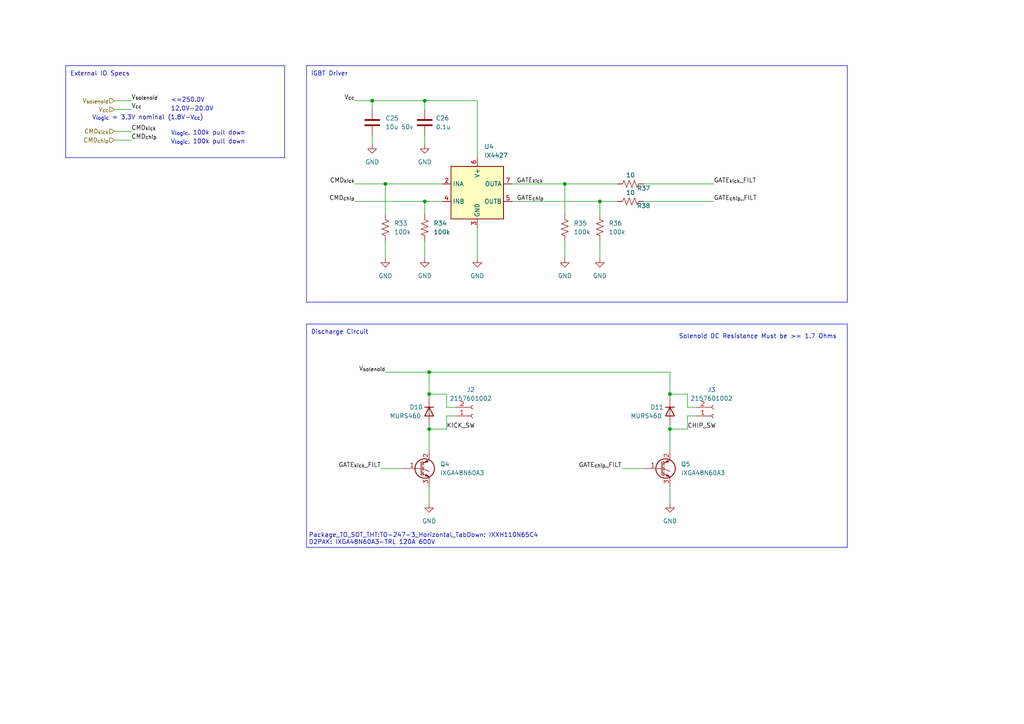
<source format=kicad_sch>
(kicad_sch (version 20230121) (generator eeschema)
  (paper "A4")
  (title_block (title "Kicker Board") (date "2023-02-03") (rev "v1.0.0") (company "A-Team") (comment 1 "Author: W. Stuckey"))
  (lib_symbols
    (symbol "AT-PowerIC:IX4427"
      (property "Reference" "U" (at -7.62 8.89 0))
      (property "Value" "IX4427" (at 1.27 8.89 0))
      (symbol "IX4427_0_1"
        (rectangle (start -7.62 -7.62) (end 7.62 7.62) (stroke (width 0.254)) (fill (type background)))
      )
      (symbol "IX4427_1_1"
        (pin no_connect line (at -7.62 0 0) (length 2.54) hide (name "NC") (number "1"))
        (pin input line (at -10.16 2.54 0) (length 2.54) (name "INA") (number "2"))
        (pin power_in line (at 0 -10.16 90) (length 2.54) (name "GND") (number "3"))
        (pin input line (at -10.16 -2.54 0) (length 2.54) (name "INB") (number "4"))
        (pin output line (at 10.16 -2.54 180) (length 2.54) (name "OUTB") (number "5"))
        (pin power_in line (at 0 10.16 270) (length 2.54) (name "V+") (number "6"))
        (pin output line (at 10.16 2.54 180) (length 2.54) (name "OUTA") (number "7"))
        (pin no_connect line (at 7.62 0 180) (length 2.54) hide (name "NC") (number "8"))
      )
    )
    (symbol "Connector:Conn_01x02_Female" (pin_names (offset 1.016) hide)
      (property "Reference" "J" (at 0 2.54 0))
      (property "Value" "Conn_01x02_Female" (at 0 -5.08 0))
      (symbol "Conn_01x02_Female_1_1"
        (arc (start 0 -2.032) (mid -0.5058 -2.54) (end 0 -3.048) (stroke (width 0.1524)))
        (polyline (pts (xy -1.27 -2.54) (xy -0.508 -2.54)) (stroke (width 0.1524)))
        (polyline (pts (xy -1.27 0) (xy -0.508 0)) (stroke (width 0.1524)))
        (arc (start 0 0.508) (mid -0.5058 0) (end 0 -0.508) (stroke (width 0.1524)))
        (pin passive line (at -5.08 0 0) (length 3.81) (name "Pin_1") (number "1"))
        (pin passive line (at -5.08 -2.54 0) (length 3.81) (name "Pin_2") (number "2"))
      )
    )
    (symbol "Device:C" (pin_numbers hide) (pin_names (offset 0.254))
      (property "Reference" "C" (at 0.635 2.54 0))
      (property "Value" "C" (at 0.635 -2.54 0))
      (symbol "C_0_1"
        (polyline (pts (xy -2.032 -0.762) (xy 2.032 -0.762)) (stroke (width 0.508)))
        (polyline (pts (xy -2.032 0.762) (xy 2.032 0.762)) (stroke (width 0.508)))
      )
      (symbol "C_1_1"
        (pin passive line (at 0 3.81 270) (length 2.794) (name "~") (number "1"))
        (pin passive line (at 0 -3.81 90) (length 2.794) (name "~") (number "2"))
      )
    )
    (symbol "Device:D" (pin_numbers hide) (pin_names (offset 1.016) hide)
      (property "Reference" "D" (at 0 2.54 0))
      (property "Value" "D" (at 0 -2.54 0))
      (symbol "D_0_1"
        (polyline (pts (xy -1.27 1.27) (xy -1.27 -1.27)) (stroke (width 0.254)))
        (polyline (pts (xy 1.27 0) (xy -1.27 0)))
        (polyline (pts (xy 1.27 1.27) (xy 1.27 -1.27) (xy -1.27 0) (xy 1.27 1.27)) (stroke (width 0.254)))
      )
      (symbol "D_1_1"
        (pin passive line (at -3.81 0 0) (length 2.54) (name "K") (number "1"))
        (pin passive line (at 3.81 0 180) (length 2.54) (name "A") (number "2"))
      )
    )
    (symbol "Device:Q_NIGBT_GCE" (pin_names (offset 0) hide)
      (property "Reference" "Q" (at 5.08 1.27 0))
      (property "Value" "Q_NIGBT_GCE" (at 5.08 -1.27 0))
      (symbol "Q_NIGBT_GCE_0_1"
        (polyline (pts (xy 0.762 -1.016) (xy 0.762 -2.032)) (stroke (width 0.254)))
        (polyline (pts (xy 0.762 0.508) (xy 0.762 -0.508)) (stroke (width 0.254)))
        (polyline (pts (xy 0.762 2.032) (xy 0.762 1.016)) (stroke (width 0.254)))
        (polyline (pts (xy 2.54 -2.413) (xy 0.762 -1.524)))
        (polyline (pts (xy 2.54 -0.889) (xy 0.762 0)))
        (polyline (pts (xy 2.54 2.413) (xy 0.762 1.524)))
        (polyline (pts (xy 0.254 1.905) (xy 0.254 -1.905) (xy 0.254 -1.905)) (stroke (width 0.254)))
        (polyline (pts (xy 1.397 -2.159) (xy 1.651 -1.651) (xy 2.54 -2.413) (xy 1.397 -2.159)) (fill (type outline)))
        (polyline (pts (xy 2.159 1.905) (xy 1.905 2.413) (xy 1.016 1.651) (xy 2.159 1.905)) (fill (type outline)))
        (circle (center 1.27 0) (radius 2.8194) (stroke (width 0.254)))
      )
      (symbol "Q_NIGBT_GCE_1_1"
        (pin input line (at -5.08 0 0) (length 5.334) (name "G") (number "1"))
        (pin passive line (at 2.54 5.08 270) (length 2.54) (name "C") (number "2"))
        (pin passive line (at 2.54 -5.08 90) (length 2.54) (name "E") (number "3"))
      )
    )
    (symbol "Device:R_US" (pin_numbers hide) (pin_names (offset 0))
      (property "Reference" "R" (at 2.54 0 90))
      (property "Value" "R_US" (at -2.54 0 90))
      (symbol "R_US_0_1"
        (polyline (pts (xy 0 -2.286) (xy 0 -2.54)))
        (polyline (pts (xy 0 2.286) (xy 0 2.54)))
        (polyline (pts (xy 0 -0.762) (xy 1.016 -1.143) (xy 0 -1.524) (xy -1.016 -1.905) (xy 0 -2.286)))
        (polyline (pts (xy 0 0.762) (xy 1.016 0.381) (xy 0 0) (xy -1.016 -0.381) (xy 0 -0.762)))
        (polyline (pts (xy 0 2.286) (xy 1.016 1.905) (xy 0 1.524) (xy -1.016 1.143) (xy 0 0.762)))
      )
      (symbol "R_US_1_1"
        (pin passive line (at 0 3.81 270) (length 1.27) (name "~") (number "1"))
        (pin passive line (at 0 -3.81 90) (length 1.27) (name "~") (number "2"))
      )
    )
    (symbol "power:GND" (power) (pin_names (offset 0))
      (property "Value" "GND" (at 0 -3.81 0))
      (symbol "GND_0_1"
        (polyline (pts (xy 0 0) (xy 0 -1.27) (xy 1.27 -1.27) (xy 0 -2.54) (xy -1.27 -1.27) (xy 0 -1.27)))
      )
      (symbol "GND_1_1"
        (pin power_in line (at 0 0 270) (length 0) hide (name "GND") (number "1"))
      )
    )
  )
  (junction (at 124.46 124.46))
  (junction (at 173.99 58.42))
  (junction (at 123.19 29.21))
  (junction (at 107.95 29.21))
  (junction (at 111.76 53.34))
  (junction (at 194.31 124.46))
  (junction (at 123.19 58.42))
  (junction (at 194.31 114.3))
  (junction (at 124.46 107.95))
  (junction (at 163.83 53.34))
  (junction (at 124.46 114.3))
  (polyline (pts (xy 88.9 19.05) (xy 88.9 87.63)))
  (wire (pts (xy 199.39 114.3) (xy 194.31 114.3)))
  (polyline (pts (xy 245.745 158.75) (xy 88.9 158.75)))
  (wire (pts (xy 124.46 107.95) (xy 194.31 107.95)))
  (wire (pts (xy 194.31 107.95) (xy 194.31 114.3)))
  (wire (pts (xy 129.54 118.11) (xy 132.08 118.11)))
  (wire (pts (xy 33.02 31.75) (xy 38.1 31.75)))
  (wire (pts (xy 124.46 123.19) (xy 124.46 124.46)))
  (wire (pts (xy 194.31 140.97) (xy 194.31 146.05)))
  (wire (pts (xy 102.87 53.34) (xy 111.76 53.34)))
  (wire (pts (xy 111.76 69.85) (xy 111.76 74.93)))
  (wire (pts (xy 163.83 53.34) (xy 179.07 53.34)))
  (wire (pts (xy 124.46 114.3) (xy 124.46 115.57)))
  (wire (pts (xy 186.69 58.42) (xy 207.01 58.42)))
  (wire (pts (xy 173.99 69.85) (xy 173.99 74.93)))
  (wire (pts (xy 194.31 123.19) (xy 194.31 124.46)))
  (polyline (pts (xy 88.9 93.98) (xy 245.745 93.98)))
  (wire (pts (xy 148.59 58.42) (xy 173.99 58.42)))
  (wire (pts (xy 110.49 135.89) (xy 116.84 135.89)))
  (wire (pts (xy 173.99 58.42) (xy 173.99 62.23)))
  (polyline (pts (xy 245.745 19.05) (xy 245.745 87.63)))
  (wire (pts (xy 102.87 29.21) (xy 107.95 29.21)))
  (wire (pts (xy 111.76 53.34) (xy 111.76 62.23)))
  (polyline (pts (xy 82.55 45.72) (xy 19.05 45.72)))
  (wire (pts (xy 194.31 114.3) (xy 194.31 115.57)))
  (polyline (pts (xy 88.9 19.05) (xy 245.745 19.05)))
  (polyline (pts (xy 88.9 93.98) (xy 88.9 158.75)))
  (wire (pts (xy 123.19 29.21) (xy 123.19 31.75)))
  (wire (pts (xy 107.95 29.21) (xy 123.19 29.21)))
  (wire (pts (xy 180.34 135.89) (xy 186.69 135.89)))
  (wire (pts (xy 199.39 120.65) (xy 199.39 124.46)))
  (wire (pts (xy 132.08 120.65) (xy 129.54 120.65)))
  (wire (pts (xy 163.83 69.85) (xy 163.83 74.93)))
  (wire (pts (xy 124.46 107.95) (xy 124.46 114.3)))
  (wire (pts (xy 194.31 124.46) (xy 194.31 130.81)))
  (wire (pts (xy 102.87 58.42) (xy 123.19 58.42)))
  (polyline (pts (xy 245.745 93.98) (xy 245.745 158.75)))
  (wire (pts (xy 107.95 39.37) (xy 107.95 41.91)))
  (wire (pts (xy 199.39 118.11) (xy 199.39 114.3)))
  (wire (pts (xy 163.83 53.34) (xy 163.83 62.23)))
  (wire (pts (xy 33.02 40.64) (xy 38.1 40.64)))
  (wire (pts (xy 33.02 38.1) (xy 38.1 38.1)))
  (wire (pts (xy 107.95 29.21) (xy 107.95 31.75)))
  (wire (pts (xy 199.39 124.46) (xy 194.31 124.46)))
  (polyline (pts (xy 82.55 19.05) (xy 82.55 45.72)))
  (wire (pts (xy 111.76 107.95) (xy 124.46 107.95)))
  (wire (pts (xy 129.54 118.11) (xy 129.54 114.3)))
  (wire (pts (xy 33.02 29.21) (xy 38.1 29.21)))
  (wire (pts (xy 138.43 29.21) (xy 123.19 29.21)))
  (wire (pts (xy 111.76 53.34) (xy 128.27 53.34)))
  (wire (pts (xy 186.69 53.34) (xy 207.01 53.34)))
  (wire (pts (xy 124.46 140.97) (xy 124.46 146.05)))
  (wire (pts (xy 173.99 58.42) (xy 179.07 58.42)))
  (polyline (pts (xy 19.05 19.05) (xy 82.55 19.05)))
  (wire (pts (xy 124.46 124.46) (xy 124.46 130.81)))
  (wire (pts (xy 138.43 29.21) (xy 138.43 45.72)))
  (polyline (pts (xy 245.745 87.63) (xy 88.9 87.63)))
  (wire (pts (xy 123.19 58.42) (xy 123.19 62.23)))
  (wire (pts (xy 201.93 118.11) (xy 199.39 118.11)))
  (wire (pts (xy 148.59 53.34) (xy 163.83 53.34)))
  (wire (pts (xy 123.19 58.42) (xy 128.27 58.42)))
  (polyline (pts (xy 19.05 19.05) (xy 19.05 45.72)))
  (wire (pts (xy 123.19 69.85) (xy 123.19 74.93)))
  (wire (pts (xy 123.19 39.37) (xy 123.19 41.91)))
  (wire (pts (xy 201.93 120.65) (xy 199.39 120.65)))
  (wire (pts (xy 129.54 120.65) (xy 129.54 124.46)))
  (wire (pts (xy 129.54 114.3) (xy 124.46 114.3)))
  (wire (pts (xy 129.54 124.46) (xy 124.46 124.46)))
  (wire (pts (xy 138.43 66.04) (xy 138.43 74.93)))
  (text "Solenoid DC Resistance Must be >= 1.7 Ohms" (at 196.85 98.425 0) (effects (font (size 1.27 1.27)) (justify left bottom)))
  (text "IGBT Driver" (at 90.17 22.225 0) (effects (font (size 1.27 1.27)) (justify left bottom)))
  (text "12.0V-20.0V" (at 49.53 32.385 0) (effects (font (size 1.27 1.27)) (justify left bottom)))
  (text "V_{logic}, 100k pull down" (at 49.53 39.37 0) (effects (font (size 1.27 1.27)) (justify left bottom)))
  (text "External IO Specs" (at 20.32 22.225 0) (effects (font (size 1.27 1.27)) (justify left bottom)))
  (text "Discharge Circuit" (at 90.17 97.155 0) (effects (font (size 1.27 1.27)) (justify left bottom)))
  (text "V_{logic}, 100k pull down" (at 49.53 41.91 0) (effects (font (size 1.27 1.27)) (justify left bottom)))
  (text "Package_TO_SOT_THT:TO-247-3_Horizontal_TabDown: IXXH110N65C4\nD2PAK: IXGA48N60A3-TRL 120A 600V" (at 89.535 158.115 0) (effects (font (size 1.27 1.27)) (justify left bottom)))
  (text "<=250.0V" (at 49.53 29.845 0) (effects (font (size 1.27 1.27)) (justify left bottom)))
  (text "V_{logic} = 3.3V nominal (1.8V-V_{cc})" (at 26.67 34.925 0) (effects (font (size 1.27 1.27)) (justify left bottom)))
  (label "GATE_{kick}_FILT" (at 207.01 53.34 0))
  (label "GATE_{kick}_FILT" (at 110.49 135.89 180))
  (label "V_{cc}" (at 38.1 31.75 0))
  (label "V_{cc}" (at 102.87 29.21 180))
  (label "GATE_{chip}_FILT" (at 180.34 135.89 180))
  (label "GATE_{kick}" (at 149.86 53.34 0))
  (label "GATE_{chip}" (at 149.86 58.42 0))
  (label "CMD_{kick}" (at 38.1 38.1 0))
  (label "CMD_{kick}" (at 102.87 53.34 180))
  (label "CMD_{chip}" (at 38.1 40.64 0))
  (label "CMD_{chip}" (at 102.87 58.42 180))
  (label "GATE_{chip}_FILT" (at 207.01 58.42 0))
  (label "V_{solenoid}" (at 111.76 107.95 180))
  (label "KICK_SW" (at 129.54 124.46 0))
  (label "CHIP_SW" (at 199.39 124.46 0))
  (label "V_{solenoid}" (at 38.1 29.21 0))
  (hierarchical_label "CMD_{kick}" (shape input) (at 33.02 38.1 180))
  (hierarchical_label "V_{cc}" (shape input) (at 33.02 31.75 180))
  (hierarchical_label "V_{solenoid}" (shape input) (at 33.02 29.21 180))
  (hierarchical_label "CMD_{chip}" (shape input) (at 33.02 40.64 180))
  (symbol (lib_id "Connector:Conn_01x02_Female") (at 137.16 120.65 0) (mirror x) (unit 1)
    (property "Reference" "J3" (at 136.525 113.03 0))
    (property "Value" "2157601002" (at 136.525 115.57 0))
    (property "Footprint" "AT-Connectors:2157601002" (effects hide))
    (instances (project "kicker" (path "" (reference "J2") (unit 1))) (project "kicker" (path "" (reference "J3") (unit 1))))
  )
  (symbol (lib_id "Device:D") (at 194.31 119.38 270) (unit 1)
    (property "Reference" "D11" (at 188.595 118.11 90) (effects (justify left)))
    (property "Value" "MURS460" (at 182.88 120.65 90) (effects (justify left)))
    (property "Footprint" "Diode_SMD:D_SMC" (effects hide))
    (property "Sim.Device" "D" (effects hide))
    (property "Sim.Pins" "1=K 2=A" (effects hide))
    (property "LCSC" "C2903865" (effects hide))
  )
  (symbol (lib_id "Connector:Conn_01x02_Female") (at 207.01 120.65 0) (mirror x) (unit 1)
    (property "Reference" "J4" (at 206.375 113.03 0))
    (property "Value" "2157601002" (at 206.375 115.57 0))
    (property "Footprint" "AT-Connectors:2157601002" (effects hide))
    (instances (project "kicker" (path "" (reference "J3") (unit 1))) (project "kicker" (path "" (reference "J4") (unit 1))))
  )
  (symbol (lib_id "power:GND") (at 124.46 146.05 0) (unit 1)
    (property "Reference" "#PWR064" (effects hide))
    (property "Value" "GND" (at 124.46 151.13 0))
    (instances (project "kicker" (path "" (reference "#PWR055") (unit 1))) (project "kicker" (path "" (reference "#PWR064") (unit 1))))
  )
  (symbol (lib_id "power:GND") (at 107.95 41.91 0) (unit 1)
    (property "Reference" "#PWR060" (effects hide))
    (property "Value" "GND" (at 107.95 46.99 0))
    (instances (project "kicker" (path "" (reference "#PWR051") (unit 1))) (project "kicker" (path "" (reference "#PWR060") (unit 1))))
  )
  (symbol (lib_id "Device:Q_NIGBT_GCE") (at 191.77 135.89 0) (unit 1)
    (property "Reference" "Q3" (at 197.485 134.6199 0) (effects (justify left)))
    (property "Value" "IXGA48N60A3" (at 197.485 137.1599 0) (effects (justify left)))
    (property "Footprint" "Package_TO_SOT_SMD:TO-263-2" (effects hide))
    (instances (project "kicker" (path "" (reference "Q5") (unit 1))) (project "kicker" (path "" (reference "Q3") (unit 1))))
  )
  (symbol (lib_id "power:GND") (at 138.43 74.93 0) (unit 1)
    (property "Reference" "#PWR065" (effects hide))
    (property "Value" "GND" (at 138.43 80.01 0))
    (instances (project "kicker" (path "" (reference "#PWR056") (unit 1))) (project "kicker" (path "" (reference "#PWR065") (unit 1))))
  )
  (symbol (lib_id "Device:R_US") (at 111.76 66.04 0) (unit 1)
    (property "Reference" "R34" (at 114.3 64.7699 0) (effects (justify left)))
    (property "Value" "100k" (at 114.3 67.3099 0) (effects (justify left)))
    (property "Footprint" "Resistor_SMD:R_0603_1608Metric" (effects hide))
    (property "LCSC" "C25803" (effects hide))
    (instances (project "kicker" (path "" (reference "R33") (unit 1))) (project "kicker" (path "" (reference "R34") (unit 1))))
  )
  (symbol (lib_id "power:GND") (at 173.99 74.93 0) (unit 1)
    (property "Reference" "#PWR067" (effects hide))
    (property "Value" "GND" (at 173.99 80.01 0))
    (instances (project "kicker" (path "" (reference "#PWR058") (unit 1))) (project "kicker" (path "" (reference "#PWR067") (unit 1))))
  )
  (symbol (lib_id "Device:Q_NIGBT_GCE") (at 121.92 135.89 0) (unit 1)
    (property "Reference" "Q2" (at 127.635 134.6199 0) (effects (justify left)))
    (property "Value" "IXGA48N60A3" (at 127.635 137.1599 0) (effects (justify left)))
    (property "Footprint" "Package_TO_SOT_SMD:TO-263-2" (effects hide))
    (instances (project "kicker" (path "" (reference "Q4") (unit 1))) (project "kicker" (path "" (reference "Q2") (unit 1))))
  )
  (symbol (lib_id "Device:R_US") (at 163.83 66.04 0) (unit 1)
    (property "Reference" "R36" (at 166.37 64.7699 0) (effects (justify left)))
    (property "Value" "100k" (at 166.37 67.3099 0) (effects (justify left)))
    (property "Footprint" "Resistor_SMD:R_0603_1608Metric" (effects hide))
    (property "LCSC" "C25803" (effects hide))
    (instances (project "kicker" (path "" (reference "R35") (unit 1))) (project "kicker" (path "" (reference "R36") (unit 1))))
  )
  (symbol (lib_id "Device:R_US") (at 182.88 53.34 90) (unit 1)
    (property "Reference" "R38" (at 186.69 54.61 90))
    (property "Value" "10" (at 182.88 50.8 90))
    (property "Footprint" "Resistor_SMD:R_0603_1608Metric" (effects hide))
    (property "LCSC" "C109318" (effects hide))
    (instances (project "kicker" (path "" (reference "R37") (unit 1))) (project "kicker" (path "" (reference "R38") (unit 1))))
  )
  (symbol (lib_id "power:GND") (at 194.31 146.05 0) (unit 1)
    (property "Reference" "#PWR068" (effects hide))
    (property "Value" "GND" (at 194.31 151.13 0))
    (instances (project "kicker" (path "" (reference "#PWR059") (unit 1))) (project "kicker" (path "" (reference "#PWR068") (unit 1))))
  )
  (symbol (lib_id "Device:R_US") (at 182.88 58.42 90) (unit 1)
    (property "Reference" "R39" (at 186.69 59.69 90))
    (property "Value" "10" (at 182.88 55.88 90))
    (property "Footprint" "Resistor_SMD:R_0603_1608Metric" (effects hide))
    (property "LCSC" "C109318" (effects hide))
    (instances (project "kicker" (path "" (reference "R38") (unit 1))) (project "kicker" (path "" (reference "R39") (unit 1))))
  )
  (symbol (lib_id "Device:C") (at 123.19 35.56 0) (unit 1)
    (property "Reference" "C28" (at 126.365 34.2899 0) (effects (justify left)))
    (property "Value" "0.1u" (at 126.365 36.8299 0) (effects (justify left)))
    (property "Footprint" "Capacitor_SMD:C_0603_1608Metric" (effects hide))
    (property "LCSC" "C14663" (effects hide))
    (instances (project "kicker" (path "" (reference "C26") (unit 1))) (project "kicker" (path "" (reference "C28") (unit 1))))
  )
  (symbol (lib_id "AT-PowerIC:IX4427") (at 138.43 55.88 0) (unit 1)
    (property "Reference" "U5" (at 140.4494 42.545 0) (effects (justify left)))
    (property "Value" "IX4427" (at 140.4494 45.085 0) (effects (justify left)))
    (property "Footprint" "Package_SO:SOIC-8_3.9x4.9mm_P1.27mm" (effects hide))
    (property "Datasheet" "https://www.ixysic.com/home/pdfs.nsf/www/IX4426-27-28.pdf/$file/IX4426-27-28.pdf" (effects hide))
    (property "LCSC" "C171845" (effects hide))
    (instances (project "kicker" (path "" (reference "U4") (unit 1))) (project "kicker" (path "" (reference "U5") (unit 1))))
  )
  (symbol (lib_id "Device:C") (at 107.95 35.56 0) (unit 1)
    (property "Reference" "C27" (at 111.76 34.2899 0) (effects (justify left)))
    (property "Value" "10u 50v" (at 111.76 36.8299 0) (effects (justify left)))
    (property "Footprint" "Capacitor_SMD:C_1210_3225Metric" (effects hide))
    (property "LCSC" "C77102" (effects hide))
    (instances (project "kicker" (path "" (reference "C25") (unit 1))) (project "kicker" (path "" (reference "C27") (unit 1))))
  )
  (symbol (lib_id "power:GND") (at 163.83 74.93 0) (unit 1)
    (property "Reference" "#PWR066" (effects hide))
    (property "Value" "GND" (at 163.83 80.01 0))
    (instances (project "kicker" (path "" (reference "#PWR057") (unit 1))) (project "kicker" (path "" (reference "#PWR066") (unit 1))))
  )
  (symbol (lib_id "Device:R_US") (at 123.19 66.04 0) (unit 1)
    (property "Reference" "R35" (at 125.73 64.7699 0) (effects (justify left)))
    (property "Value" "100k" (at 125.73 67.3099 0) (effects (justify left)))
    (property "Footprint" "Resistor_SMD:R_0603_1608Metric" (effects hide))
    (property "LCSC" "C25803" (effects hide))
    (instances (project "kicker" (path "" (reference "R34") (unit 1))) (project "kicker" (path "" (reference "R35") (unit 1))))
  )
  (symbol (lib_id "power:GND") (at 123.19 74.93 0) (unit 1)
    (property "Reference" "#PWR063" (effects hide))
    (property "Value" "GND" (at 123.19 80.01 0))
    (instances (project "kicker" (path "" (reference "#PWR054") (unit 1))) (project "kicker" (path "" (reference "#PWR063") (unit 1))))
  )
  (symbol (lib_id "Device:R_US") (at 173.99 66.04 0) (unit 1)
    (property "Reference" "R37" (at 176.53 64.7699 0) (effects (justify left)))
    (property "Value" "100k" (at 176.53 67.3099 0) (effects (justify left)))
    (property "Footprint" "Resistor_SMD:R_0603_1608Metric" (effects hide))
    (property "LCSC" "C25803" (effects hide))
    (instances (project "kicker" (path "" (reference "R36") (unit 1))) (project "kicker" (path "" (reference "R37") (unit 1))))
  )
  (symbol (lib_id "Device:D") (at 124.46 119.38 270) (unit 1)
    (property "Reference" "D10" (at 118.745 118.11 90) (effects (justify left)))
    (property "Value" "MURS460" (at 113.03 120.65 90) (effects (justify left)))
    (property "Footprint" "Diode_SMD:D_SMC" (effects hide))
    (property "Sim.Device" "D" (effects hide))
    (property "Sim.Pins" "1=K 2=A" (effects hide))
    (property "LCSC" "C2903865" (effects hide))
  )
  (symbol (lib_id "power:GND") (at 111.76 74.93 0) (unit 1)
    (property "Reference" "#PWR061" (effects hide))
    (property "Value" "GND" (at 111.76 80.01 0))
    (instances (project "kicker" (path "" (reference "#PWR052") (unit 1))) (project "kicker" (path "" (reference "#PWR061") (unit 1))))
  )
  (symbol (lib_id "power:GND") (at 123.19 41.91 0) (unit 1)
    (property "Reference" "#PWR062" (effects hide))
    (property "Value" "GND" (at 123.19 46.99 0))
    (instances (project "kicker" (path "" (reference "#PWR053") (unit 1))) (project "kicker" (path "" (reference "#PWR062") (unit 1))))
  )
)
</source>
